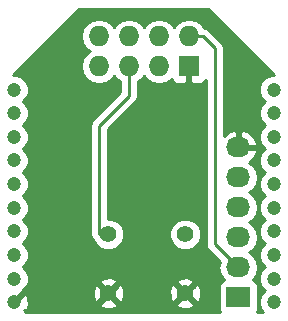
<source format=gbl>
G04 #@! TF.FileFunction,Copper,L2,Bot,Signal*
%FSLAX46Y46*%
G04 Gerber Fmt 4.6, Leading zero omitted, Abs format (unit mm)*
G04 Created by KiCad (PCBNEW (2014-11-17 BZR 5289)-product) date Mon 26 Jan 2015 09:38:41 AM EST*
%MOMM*%
G01*
G04 APERTURE LIST*
%ADD10C,0.100000*%
%ADD11C,1.397000*%
%ADD12C,1.200000*%
%ADD13R,1.727200X1.727200*%
%ADD14O,1.727200X1.727200*%
%ADD15R,2.032000X1.727200*%
%ADD16O,2.032000X1.727200*%
%ADD17C,0.254000*%
G04 APERTURE END LIST*
D10*
D11*
X186750000Y-123750000D03*
X186750000Y-128750000D03*
X180250000Y-123750000D03*
X180250000Y-128750000D03*
D12*
X172250000Y-111500000D03*
X172250000Y-113500000D03*
X172250000Y-115500000D03*
X172250000Y-117500000D03*
X172250000Y-119500000D03*
X172250000Y-121500000D03*
X172250000Y-123500000D03*
X172250000Y-125500000D03*
X172250000Y-127500000D03*
X172250000Y-129500000D03*
X194250000Y-111500000D03*
X194250000Y-113500000D03*
X194250000Y-115500000D03*
X194250000Y-117500000D03*
X194250000Y-119500000D03*
X194250000Y-121500000D03*
X194250000Y-123500000D03*
X194250000Y-125500000D03*
X194250000Y-127500000D03*
X194250000Y-129500000D03*
D13*
X187060000Y-109520000D03*
D14*
X187060000Y-106980000D03*
X184520000Y-109520000D03*
X184520000Y-106980000D03*
X181980000Y-109520000D03*
X181980000Y-106980000D03*
X179440000Y-109520000D03*
X179440000Y-106980000D03*
D15*
X191250000Y-129100000D03*
D16*
X191250000Y-126560000D03*
X191250000Y-124020000D03*
X191250000Y-121480000D03*
X191250000Y-118940000D03*
X191250000Y-116400000D03*
D17*
X190600000Y-129100000D02*
X191500000Y-129100000D01*
X179440000Y-123710000D02*
X179440000Y-114560000D01*
X181980000Y-112020000D02*
X181980000Y-109520000D01*
X179440000Y-114560000D02*
X181980000Y-112020000D01*
X181980000Y-109520000D02*
X181980000Y-110230000D01*
X187060000Y-106980000D02*
X188230000Y-106980000D01*
X189250000Y-124560000D02*
X191250000Y-126560000D01*
X189250000Y-108000000D02*
X189250000Y-124560000D01*
X188230000Y-106980000D02*
X189250000Y-108000000D01*
G36*
X194296303Y-110265039D02*
X194005421Y-110264786D01*
X193551343Y-110452408D01*
X193203629Y-110799515D01*
X193015215Y-111253266D01*
X193014786Y-111744579D01*
X193202408Y-112198657D01*
X193503445Y-112500221D01*
X193203629Y-112799515D01*
X193015215Y-113253266D01*
X193014786Y-113744579D01*
X193202408Y-114198657D01*
X193503445Y-114500221D01*
X193203629Y-114799515D01*
X193015215Y-115253266D01*
X193014786Y-115744579D01*
X193202408Y-116198657D01*
X193503445Y-116500221D01*
X193203629Y-116799515D01*
X193015215Y-117253266D01*
X193014786Y-117744579D01*
X193202408Y-118198657D01*
X193503445Y-118500221D01*
X193203629Y-118799515D01*
X193015215Y-119253266D01*
X193014786Y-119744579D01*
X193202408Y-120198657D01*
X193503445Y-120500221D01*
X193203629Y-120799515D01*
X193015215Y-121253266D01*
X193014786Y-121744579D01*
X193202408Y-122198657D01*
X193503445Y-122500221D01*
X193203629Y-122799515D01*
X193015215Y-123253266D01*
X193014786Y-123744579D01*
X193202408Y-124198657D01*
X193503445Y-124500221D01*
X193203629Y-124799515D01*
X193015215Y-125253266D01*
X193014786Y-125744579D01*
X193202408Y-126198657D01*
X193503445Y-126500221D01*
X193203629Y-126799515D01*
X193015215Y-127253266D01*
X193014786Y-127744579D01*
X193202408Y-128198657D01*
X193503445Y-128500221D01*
X193203629Y-128799515D01*
X193015215Y-129253266D01*
X193014786Y-129744579D01*
X193202408Y-130198657D01*
X193318547Y-130315000D01*
X192807764Y-130315000D01*
X192901000Y-130089910D01*
X192901000Y-129837291D01*
X192901000Y-128110091D01*
X192804327Y-127876702D01*
X192625699Y-127698073D01*
X192472220Y-127634499D01*
X192494415Y-127619670D01*
X192819271Y-127133489D01*
X192933345Y-126560000D01*
X192819271Y-125986511D01*
X192494415Y-125500330D01*
X192179634Y-125290000D01*
X192494415Y-125079670D01*
X192819271Y-124593489D01*
X192933345Y-124020000D01*
X192819271Y-123446511D01*
X192494415Y-122960330D01*
X192179634Y-122750000D01*
X192494415Y-122539670D01*
X192819271Y-122053489D01*
X192933345Y-121480000D01*
X192819271Y-120906511D01*
X192494415Y-120420330D01*
X192179634Y-120210000D01*
X192494415Y-119999670D01*
X192819271Y-119513489D01*
X192933345Y-118940000D01*
X192819271Y-118366511D01*
X192494415Y-117880330D01*
X192184930Y-117673539D01*
X192600732Y-117302036D01*
X192854709Y-116774791D01*
X192857358Y-116759026D01*
X192857358Y-116040974D01*
X192854709Y-116025209D01*
X192600732Y-115497964D01*
X192164320Y-115108046D01*
X191611913Y-114914816D01*
X191377000Y-115059076D01*
X191377000Y-116273000D01*
X192736217Y-116273000D01*
X192857358Y-116040974D01*
X192857358Y-116759026D01*
X192736217Y-116527000D01*
X191377000Y-116527000D01*
X191377000Y-116547000D01*
X191123000Y-116547000D01*
X191123000Y-116527000D01*
X191103000Y-116527000D01*
X191103000Y-116273000D01*
X191123000Y-116273000D01*
X191123000Y-115059076D01*
X190888087Y-114914816D01*
X190335680Y-115108046D01*
X190012000Y-115397242D01*
X190012000Y-108000000D01*
X189953996Y-107708396D01*
X189953996Y-107708395D01*
X189788815Y-107461185D01*
X188768815Y-106441185D01*
X188521605Y-106276004D01*
X188366001Y-106245052D01*
X188149029Y-105920330D01*
X187662848Y-105595474D01*
X187089359Y-105481400D01*
X187030641Y-105481400D01*
X186457152Y-105595474D01*
X185970971Y-105920330D01*
X185790000Y-106191172D01*
X185609029Y-105920330D01*
X185122848Y-105595474D01*
X184549359Y-105481400D01*
X184490641Y-105481400D01*
X183917152Y-105595474D01*
X183430971Y-105920330D01*
X183250000Y-106191172D01*
X183069029Y-105920330D01*
X182582848Y-105595474D01*
X182009359Y-105481400D01*
X181950641Y-105481400D01*
X181377152Y-105595474D01*
X180890971Y-105920330D01*
X180710000Y-106191172D01*
X180529029Y-105920330D01*
X180042848Y-105595474D01*
X179469359Y-105481400D01*
X179410641Y-105481400D01*
X178837152Y-105595474D01*
X178350971Y-105920330D01*
X178026115Y-106406511D01*
X177912041Y-106980000D01*
X178026115Y-107553489D01*
X178350971Y-108039670D01*
X178665751Y-108250000D01*
X178350971Y-108460330D01*
X178026115Y-108946511D01*
X177912041Y-109520000D01*
X178026115Y-110093489D01*
X178350971Y-110579670D01*
X178837152Y-110904526D01*
X179410641Y-111018600D01*
X179469359Y-111018600D01*
X180042848Y-110904526D01*
X180529029Y-110579670D01*
X180710000Y-110308827D01*
X180890971Y-110579670D01*
X181218000Y-110798183D01*
X181218000Y-111704369D01*
X178901185Y-114021185D01*
X178736004Y-114268395D01*
X178678000Y-114560000D01*
X178678000Y-123710000D01*
X178736004Y-124001605D01*
X178901185Y-124248815D01*
X179055998Y-124352258D01*
X179118854Y-124504380D01*
X179493647Y-124879827D01*
X179983587Y-125083268D01*
X180514086Y-125083731D01*
X181004380Y-124881146D01*
X181379827Y-124506353D01*
X181583268Y-124016413D01*
X181583731Y-123485914D01*
X181381146Y-122995620D01*
X181006353Y-122620173D01*
X180516413Y-122416732D01*
X180202000Y-122416457D01*
X180202000Y-114875630D01*
X182518815Y-112558816D01*
X182518815Y-112558815D01*
X182683996Y-112311605D01*
X182741999Y-112020000D01*
X182742000Y-112020000D01*
X182742000Y-110798183D01*
X183069029Y-110579670D01*
X183250000Y-110308827D01*
X183430971Y-110579670D01*
X183917152Y-110904526D01*
X184490641Y-111018600D01*
X184549359Y-111018600D01*
X185122848Y-110904526D01*
X185594356Y-110589473D01*
X185658073Y-110743299D01*
X185836702Y-110921927D01*
X186070091Y-111018600D01*
X186774250Y-111018600D01*
X186933000Y-110859850D01*
X186933000Y-109647000D01*
X186913000Y-109647000D01*
X186913000Y-109393000D01*
X186933000Y-109393000D01*
X186933000Y-109373000D01*
X187187000Y-109373000D01*
X187187000Y-109393000D01*
X187207000Y-109393000D01*
X187207000Y-109647000D01*
X187187000Y-109647000D01*
X187187000Y-110859850D01*
X187345750Y-111018600D01*
X188049909Y-111018600D01*
X188283298Y-110921927D01*
X188461927Y-110743299D01*
X188488000Y-110680353D01*
X188488000Y-124560000D01*
X188546004Y-124851605D01*
X188711185Y-125098815D01*
X189667149Y-126054779D01*
X189566655Y-126560000D01*
X189680729Y-127133489D01*
X190005585Y-127619670D01*
X190027780Y-127634500D01*
X189874302Y-127698073D01*
X189695673Y-127876701D01*
X189599000Y-128110090D01*
X189599000Y-128362709D01*
X189599000Y-130089909D01*
X189692235Y-130315000D01*
X188095927Y-130315000D01*
X188095927Y-128942520D01*
X188083731Y-128718035D01*
X188083731Y-123485914D01*
X187881146Y-122995620D01*
X187506353Y-122620173D01*
X187016413Y-122416732D01*
X186485914Y-122416269D01*
X185995620Y-122618854D01*
X185620173Y-122993647D01*
X185416732Y-123483587D01*
X185416269Y-124014086D01*
X185618854Y-124504380D01*
X185993647Y-124879827D01*
X186483587Y-125083268D01*
X187014086Y-125083731D01*
X187504380Y-124881146D01*
X187879827Y-124506353D01*
X188083268Y-124016413D01*
X188083731Y-123485914D01*
X188083731Y-128718035D01*
X188067148Y-128412801D01*
X187919800Y-128057071D01*
X187684188Y-127995417D01*
X187504583Y-128175022D01*
X187504583Y-127815812D01*
X187442929Y-127580200D01*
X186942520Y-127404073D01*
X186412801Y-127432852D01*
X186057071Y-127580200D01*
X185995417Y-127815812D01*
X186750000Y-128570395D01*
X187504583Y-127815812D01*
X187504583Y-128175022D01*
X186929605Y-128750000D01*
X187684188Y-129504583D01*
X187919800Y-129442929D01*
X188095927Y-128942520D01*
X188095927Y-130315000D01*
X187504583Y-130315000D01*
X187504583Y-129684188D01*
X186750000Y-128929605D01*
X186570395Y-129109210D01*
X186570395Y-128750000D01*
X185815812Y-127995417D01*
X185580200Y-128057071D01*
X185404073Y-128557480D01*
X185432852Y-129087199D01*
X185580200Y-129442929D01*
X185815812Y-129504583D01*
X186570395Y-128750000D01*
X186570395Y-129109210D01*
X185995417Y-129684188D01*
X186057071Y-129919800D01*
X186557480Y-130095927D01*
X187087199Y-130067148D01*
X187442929Y-129919800D01*
X187504583Y-129684188D01*
X187504583Y-130315000D01*
X181595927Y-130315000D01*
X181595927Y-128942520D01*
X181567148Y-128412801D01*
X181419800Y-128057071D01*
X181184188Y-127995417D01*
X181004583Y-128175022D01*
X181004583Y-127815812D01*
X180942929Y-127580200D01*
X180442520Y-127404073D01*
X179912801Y-127432852D01*
X179557071Y-127580200D01*
X179495417Y-127815812D01*
X180250000Y-128570395D01*
X181004583Y-127815812D01*
X181004583Y-128175022D01*
X180429605Y-128750000D01*
X181184188Y-129504583D01*
X181419800Y-129442929D01*
X181595927Y-128942520D01*
X181595927Y-130315000D01*
X181004583Y-130315000D01*
X181004583Y-129684188D01*
X180250000Y-128929605D01*
X180070395Y-129109210D01*
X180070395Y-128750000D01*
X179315812Y-127995417D01*
X179080200Y-128057071D01*
X178904073Y-128557480D01*
X178932852Y-129087199D01*
X179080200Y-129442929D01*
X179315812Y-129504583D01*
X180070395Y-128750000D01*
X180070395Y-129109210D01*
X179495417Y-129684188D01*
X179557071Y-129919800D01*
X180057480Y-130095927D01*
X180587199Y-130067148D01*
X180942929Y-129919800D01*
X181004583Y-129684188D01*
X181004583Y-130315000D01*
X173497807Y-130315000D01*
X173212252Y-130315000D01*
X173228430Y-130298822D01*
X173112737Y-130183129D01*
X173338164Y-130133617D01*
X173497807Y-129668964D01*
X173467482Y-129178587D01*
X173338164Y-128866383D01*
X173112735Y-128816870D01*
X172429605Y-129500000D01*
X172443747Y-129514142D01*
X172264142Y-129693747D01*
X172250000Y-129679605D01*
X172235857Y-129693747D01*
X172056252Y-129514142D01*
X172070395Y-129500000D01*
X172056252Y-129485857D01*
X172235857Y-129306252D01*
X172250000Y-129320395D01*
X172933130Y-128637265D01*
X172916364Y-128560934D01*
X172948657Y-128547592D01*
X173296371Y-128200485D01*
X173484785Y-127746734D01*
X173485214Y-127255421D01*
X173297592Y-126801343D01*
X172996554Y-126499778D01*
X173296371Y-126200485D01*
X173484785Y-125746734D01*
X173485214Y-125255421D01*
X173297592Y-124801343D01*
X172996554Y-124499778D01*
X173296371Y-124200485D01*
X173484785Y-123746734D01*
X173485214Y-123255421D01*
X173297592Y-122801343D01*
X172996554Y-122499778D01*
X173296371Y-122200485D01*
X173484785Y-121746734D01*
X173485214Y-121255421D01*
X173297592Y-120801343D01*
X172996554Y-120499778D01*
X173296371Y-120200485D01*
X173484785Y-119746734D01*
X173485214Y-119255421D01*
X173297592Y-118801343D01*
X172996554Y-118499778D01*
X173296371Y-118200485D01*
X173484785Y-117746734D01*
X173485214Y-117255421D01*
X173297592Y-116801343D01*
X172996554Y-116499778D01*
X173296371Y-116200485D01*
X173484785Y-115746734D01*
X173485214Y-115255421D01*
X173297592Y-114801343D01*
X172996554Y-114499778D01*
X173296371Y-114200485D01*
X173484785Y-113746734D01*
X173485214Y-113255421D01*
X173297592Y-112801343D01*
X172996554Y-112499778D01*
X173296371Y-112200485D01*
X173484785Y-111746734D01*
X173485214Y-111255421D01*
X173297592Y-110801343D01*
X172950485Y-110453629D01*
X172496734Y-110265215D01*
X172203776Y-110264959D01*
X177783736Y-104685000D01*
X188716264Y-104685000D01*
X194296303Y-110265039D01*
X194296303Y-110265039D01*
G37*
X194296303Y-110265039D02*
X194005421Y-110264786D01*
X193551343Y-110452408D01*
X193203629Y-110799515D01*
X193015215Y-111253266D01*
X193014786Y-111744579D01*
X193202408Y-112198657D01*
X193503445Y-112500221D01*
X193203629Y-112799515D01*
X193015215Y-113253266D01*
X193014786Y-113744579D01*
X193202408Y-114198657D01*
X193503445Y-114500221D01*
X193203629Y-114799515D01*
X193015215Y-115253266D01*
X193014786Y-115744579D01*
X193202408Y-116198657D01*
X193503445Y-116500221D01*
X193203629Y-116799515D01*
X193015215Y-117253266D01*
X193014786Y-117744579D01*
X193202408Y-118198657D01*
X193503445Y-118500221D01*
X193203629Y-118799515D01*
X193015215Y-119253266D01*
X193014786Y-119744579D01*
X193202408Y-120198657D01*
X193503445Y-120500221D01*
X193203629Y-120799515D01*
X193015215Y-121253266D01*
X193014786Y-121744579D01*
X193202408Y-122198657D01*
X193503445Y-122500221D01*
X193203629Y-122799515D01*
X193015215Y-123253266D01*
X193014786Y-123744579D01*
X193202408Y-124198657D01*
X193503445Y-124500221D01*
X193203629Y-124799515D01*
X193015215Y-125253266D01*
X193014786Y-125744579D01*
X193202408Y-126198657D01*
X193503445Y-126500221D01*
X193203629Y-126799515D01*
X193015215Y-127253266D01*
X193014786Y-127744579D01*
X193202408Y-128198657D01*
X193503445Y-128500221D01*
X193203629Y-128799515D01*
X193015215Y-129253266D01*
X193014786Y-129744579D01*
X193202408Y-130198657D01*
X193318547Y-130315000D01*
X192807764Y-130315000D01*
X192901000Y-130089910D01*
X192901000Y-129837291D01*
X192901000Y-128110091D01*
X192804327Y-127876702D01*
X192625699Y-127698073D01*
X192472220Y-127634499D01*
X192494415Y-127619670D01*
X192819271Y-127133489D01*
X192933345Y-126560000D01*
X192819271Y-125986511D01*
X192494415Y-125500330D01*
X192179634Y-125290000D01*
X192494415Y-125079670D01*
X192819271Y-124593489D01*
X192933345Y-124020000D01*
X192819271Y-123446511D01*
X192494415Y-122960330D01*
X192179634Y-122750000D01*
X192494415Y-122539670D01*
X192819271Y-122053489D01*
X192933345Y-121480000D01*
X192819271Y-120906511D01*
X192494415Y-120420330D01*
X192179634Y-120210000D01*
X192494415Y-119999670D01*
X192819271Y-119513489D01*
X192933345Y-118940000D01*
X192819271Y-118366511D01*
X192494415Y-117880330D01*
X192184930Y-117673539D01*
X192600732Y-117302036D01*
X192854709Y-116774791D01*
X192857358Y-116759026D01*
X192857358Y-116040974D01*
X192854709Y-116025209D01*
X192600732Y-115497964D01*
X192164320Y-115108046D01*
X191611913Y-114914816D01*
X191377000Y-115059076D01*
X191377000Y-116273000D01*
X192736217Y-116273000D01*
X192857358Y-116040974D01*
X192857358Y-116759026D01*
X192736217Y-116527000D01*
X191377000Y-116527000D01*
X191377000Y-116547000D01*
X191123000Y-116547000D01*
X191123000Y-116527000D01*
X191103000Y-116527000D01*
X191103000Y-116273000D01*
X191123000Y-116273000D01*
X191123000Y-115059076D01*
X190888087Y-114914816D01*
X190335680Y-115108046D01*
X190012000Y-115397242D01*
X190012000Y-108000000D01*
X189953996Y-107708396D01*
X189953996Y-107708395D01*
X189788815Y-107461185D01*
X188768815Y-106441185D01*
X188521605Y-106276004D01*
X188366001Y-106245052D01*
X188149029Y-105920330D01*
X187662848Y-105595474D01*
X187089359Y-105481400D01*
X187030641Y-105481400D01*
X186457152Y-105595474D01*
X185970971Y-105920330D01*
X185790000Y-106191172D01*
X185609029Y-105920330D01*
X185122848Y-105595474D01*
X184549359Y-105481400D01*
X184490641Y-105481400D01*
X183917152Y-105595474D01*
X183430971Y-105920330D01*
X183250000Y-106191172D01*
X183069029Y-105920330D01*
X182582848Y-105595474D01*
X182009359Y-105481400D01*
X181950641Y-105481400D01*
X181377152Y-105595474D01*
X180890971Y-105920330D01*
X180710000Y-106191172D01*
X180529029Y-105920330D01*
X180042848Y-105595474D01*
X179469359Y-105481400D01*
X179410641Y-105481400D01*
X178837152Y-105595474D01*
X178350971Y-105920330D01*
X178026115Y-106406511D01*
X177912041Y-106980000D01*
X178026115Y-107553489D01*
X178350971Y-108039670D01*
X178665751Y-108250000D01*
X178350971Y-108460330D01*
X178026115Y-108946511D01*
X177912041Y-109520000D01*
X178026115Y-110093489D01*
X178350971Y-110579670D01*
X178837152Y-110904526D01*
X179410641Y-111018600D01*
X179469359Y-111018600D01*
X180042848Y-110904526D01*
X180529029Y-110579670D01*
X180710000Y-110308827D01*
X180890971Y-110579670D01*
X181218000Y-110798183D01*
X181218000Y-111704369D01*
X178901185Y-114021185D01*
X178736004Y-114268395D01*
X178678000Y-114560000D01*
X178678000Y-123710000D01*
X178736004Y-124001605D01*
X178901185Y-124248815D01*
X179055998Y-124352258D01*
X179118854Y-124504380D01*
X179493647Y-124879827D01*
X179983587Y-125083268D01*
X180514086Y-125083731D01*
X181004380Y-124881146D01*
X181379827Y-124506353D01*
X181583268Y-124016413D01*
X181583731Y-123485914D01*
X181381146Y-122995620D01*
X181006353Y-122620173D01*
X180516413Y-122416732D01*
X180202000Y-122416457D01*
X180202000Y-114875630D01*
X182518815Y-112558816D01*
X182518815Y-112558815D01*
X182683996Y-112311605D01*
X182741999Y-112020000D01*
X182742000Y-112020000D01*
X182742000Y-110798183D01*
X183069029Y-110579670D01*
X183250000Y-110308827D01*
X183430971Y-110579670D01*
X183917152Y-110904526D01*
X184490641Y-111018600D01*
X184549359Y-111018600D01*
X185122848Y-110904526D01*
X185594356Y-110589473D01*
X185658073Y-110743299D01*
X185836702Y-110921927D01*
X186070091Y-111018600D01*
X186774250Y-111018600D01*
X186933000Y-110859850D01*
X186933000Y-109647000D01*
X186913000Y-109647000D01*
X186913000Y-109393000D01*
X186933000Y-109393000D01*
X186933000Y-109373000D01*
X187187000Y-109373000D01*
X187187000Y-109393000D01*
X187207000Y-109393000D01*
X187207000Y-109647000D01*
X187187000Y-109647000D01*
X187187000Y-110859850D01*
X187345750Y-111018600D01*
X188049909Y-111018600D01*
X188283298Y-110921927D01*
X188461927Y-110743299D01*
X188488000Y-110680353D01*
X188488000Y-124560000D01*
X188546004Y-124851605D01*
X188711185Y-125098815D01*
X189667149Y-126054779D01*
X189566655Y-126560000D01*
X189680729Y-127133489D01*
X190005585Y-127619670D01*
X190027780Y-127634500D01*
X189874302Y-127698073D01*
X189695673Y-127876701D01*
X189599000Y-128110090D01*
X189599000Y-128362709D01*
X189599000Y-130089909D01*
X189692235Y-130315000D01*
X188095927Y-130315000D01*
X188095927Y-128942520D01*
X188083731Y-128718035D01*
X188083731Y-123485914D01*
X187881146Y-122995620D01*
X187506353Y-122620173D01*
X187016413Y-122416732D01*
X186485914Y-122416269D01*
X185995620Y-122618854D01*
X185620173Y-122993647D01*
X185416732Y-123483587D01*
X185416269Y-124014086D01*
X185618854Y-124504380D01*
X185993647Y-124879827D01*
X186483587Y-125083268D01*
X187014086Y-125083731D01*
X187504380Y-124881146D01*
X187879827Y-124506353D01*
X188083268Y-124016413D01*
X188083731Y-123485914D01*
X188083731Y-128718035D01*
X188067148Y-128412801D01*
X187919800Y-128057071D01*
X187684188Y-127995417D01*
X187504583Y-128175022D01*
X187504583Y-127815812D01*
X187442929Y-127580200D01*
X186942520Y-127404073D01*
X186412801Y-127432852D01*
X186057071Y-127580200D01*
X185995417Y-127815812D01*
X186750000Y-128570395D01*
X187504583Y-127815812D01*
X187504583Y-128175022D01*
X186929605Y-128750000D01*
X187684188Y-129504583D01*
X187919800Y-129442929D01*
X188095927Y-128942520D01*
X188095927Y-130315000D01*
X187504583Y-130315000D01*
X187504583Y-129684188D01*
X186750000Y-128929605D01*
X186570395Y-129109210D01*
X186570395Y-128750000D01*
X185815812Y-127995417D01*
X185580200Y-128057071D01*
X185404073Y-128557480D01*
X185432852Y-129087199D01*
X185580200Y-129442929D01*
X185815812Y-129504583D01*
X186570395Y-128750000D01*
X186570395Y-129109210D01*
X185995417Y-129684188D01*
X186057071Y-129919800D01*
X186557480Y-130095927D01*
X187087199Y-130067148D01*
X187442929Y-129919800D01*
X187504583Y-129684188D01*
X187504583Y-130315000D01*
X181595927Y-130315000D01*
X181595927Y-128942520D01*
X181567148Y-128412801D01*
X181419800Y-128057071D01*
X181184188Y-127995417D01*
X181004583Y-128175022D01*
X181004583Y-127815812D01*
X180942929Y-127580200D01*
X180442520Y-127404073D01*
X179912801Y-127432852D01*
X179557071Y-127580200D01*
X179495417Y-127815812D01*
X180250000Y-128570395D01*
X181004583Y-127815812D01*
X181004583Y-128175022D01*
X180429605Y-128750000D01*
X181184188Y-129504583D01*
X181419800Y-129442929D01*
X181595927Y-128942520D01*
X181595927Y-130315000D01*
X181004583Y-130315000D01*
X181004583Y-129684188D01*
X180250000Y-128929605D01*
X180070395Y-129109210D01*
X180070395Y-128750000D01*
X179315812Y-127995417D01*
X179080200Y-128057071D01*
X178904073Y-128557480D01*
X178932852Y-129087199D01*
X179080200Y-129442929D01*
X179315812Y-129504583D01*
X180070395Y-128750000D01*
X180070395Y-129109210D01*
X179495417Y-129684188D01*
X179557071Y-129919800D01*
X180057480Y-130095927D01*
X180587199Y-130067148D01*
X180942929Y-129919800D01*
X181004583Y-129684188D01*
X181004583Y-130315000D01*
X173497807Y-130315000D01*
X173212252Y-130315000D01*
X173228430Y-130298822D01*
X173112737Y-130183129D01*
X173338164Y-130133617D01*
X173497807Y-129668964D01*
X173467482Y-129178587D01*
X173338164Y-128866383D01*
X173112735Y-128816870D01*
X172429605Y-129500000D01*
X172443747Y-129514142D01*
X172264142Y-129693747D01*
X172250000Y-129679605D01*
X172235857Y-129693747D01*
X172056252Y-129514142D01*
X172070395Y-129500000D01*
X172056252Y-129485857D01*
X172235857Y-129306252D01*
X172250000Y-129320395D01*
X172933130Y-128637265D01*
X172916364Y-128560934D01*
X172948657Y-128547592D01*
X173296371Y-128200485D01*
X173484785Y-127746734D01*
X173485214Y-127255421D01*
X173297592Y-126801343D01*
X172996554Y-126499778D01*
X173296371Y-126200485D01*
X173484785Y-125746734D01*
X173485214Y-125255421D01*
X173297592Y-124801343D01*
X172996554Y-124499778D01*
X173296371Y-124200485D01*
X173484785Y-123746734D01*
X173485214Y-123255421D01*
X173297592Y-122801343D01*
X172996554Y-122499778D01*
X173296371Y-122200485D01*
X173484785Y-121746734D01*
X173485214Y-121255421D01*
X173297592Y-120801343D01*
X172996554Y-120499778D01*
X173296371Y-120200485D01*
X173484785Y-119746734D01*
X173485214Y-119255421D01*
X173297592Y-118801343D01*
X172996554Y-118499778D01*
X173296371Y-118200485D01*
X173484785Y-117746734D01*
X173485214Y-117255421D01*
X173297592Y-116801343D01*
X172996554Y-116499778D01*
X173296371Y-116200485D01*
X173484785Y-115746734D01*
X173485214Y-115255421D01*
X173297592Y-114801343D01*
X172996554Y-114499778D01*
X173296371Y-114200485D01*
X173484785Y-113746734D01*
X173485214Y-113255421D01*
X173297592Y-112801343D01*
X172996554Y-112499778D01*
X173296371Y-112200485D01*
X173484785Y-111746734D01*
X173485214Y-111255421D01*
X173297592Y-110801343D01*
X172950485Y-110453629D01*
X172496734Y-110265215D01*
X172203776Y-110264959D01*
X177783736Y-104685000D01*
X188716264Y-104685000D01*
X194296303Y-110265039D01*
M02*

</source>
